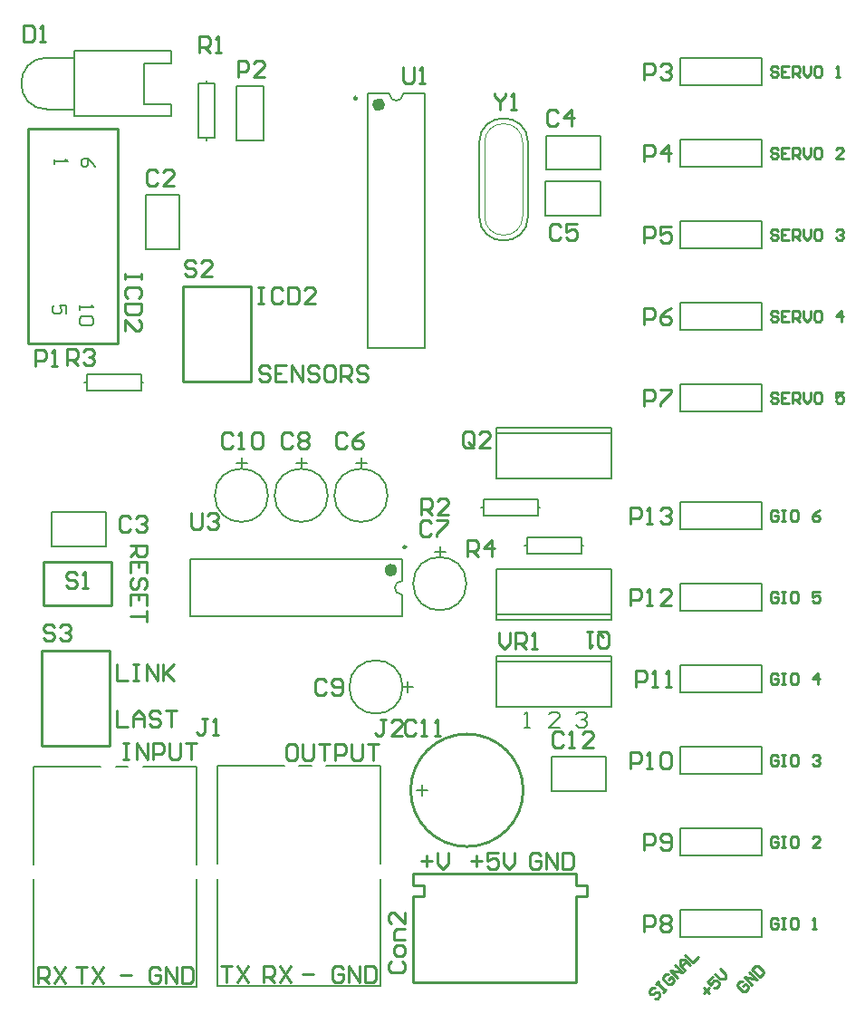
<source format=gto>
%FSLAX23Y23*%
%MOIN*%
G70*
G01*
G75*
%ADD10C,0.020*%
%ADD11C,0.047*%
%ADD12C,0.010*%
%ADD13R,0.067X0.067*%
%ADD14C,0.067*%
%ADD15C,0.055*%
%ADD16C,0.059*%
%ADD17P,0.216X8X22.5*%
%ADD18C,0.070*%
%ADD19C,0.055*%
%ADD20R,0.055X0.055*%
G04:AMPARAMS|DCode=21|XSize=100mil|YSize=60mil|CornerRadius=0mil|HoleSize=0mil|Usage=FLASHONLY|Rotation=0.000|XOffset=0mil|YOffset=0mil|HoleType=Round|Shape=Octagon|*
%AMOCTAGOND21*
4,1,8,0.050,-0.015,0.050,0.015,0.035,0.030,-0.035,0.030,-0.050,0.015,-0.050,-0.015,-0.035,-0.030,0.035,-0.030,0.050,-0.015,0.0*
%
%ADD21OCTAGOND21*%

%ADD22O,0.100X0.060*%
%ADD23C,0.065*%
%ADD24R,0.049X0.049*%
%ADD25C,0.049*%
%ADD26R,0.049X0.049*%
%ADD27R,0.059X0.059*%
%ADD28C,0.116*%
%ADD29C,0.059*%
%ADD30C,0.060*%
%ADD31R,0.059X0.059*%
%ADD32R,0.059X0.059*%
%ADD33P,0.130X8X202.5*%
%ADD34C,0.120*%
%ADD35C,0.050*%
%ADD36R,0.075X0.040*%
%ADD37R,0.070X0.040*%
%ADD38C,0.010*%
%ADD39C,0.002*%
%ADD40C,0.006*%
%ADD41C,0.008*%
%ADD42C,0.024*%
%ADD43C,0.005*%
%ADD44C,0.006*%
%ADD45C,0.008*%
D12*
X1160Y2480D02*
X1410D01*
X1160D02*
Y2640D01*
X1410D01*
Y2480D02*
Y2640D01*
X1105Y3445D02*
Y4235D01*
Y3445D02*
X1435D01*
Y4235D01*
X1105D02*
X1435D01*
X1155Y2315D02*
X1405D01*
Y1965D02*
Y2315D01*
X1155Y1965D02*
X1405D01*
X1155D02*
Y2315D01*
X1675Y3655D02*
X1925D01*
Y3305D02*
Y3655D01*
X1675Y3305D02*
X1925D01*
X1675D02*
Y3655D01*
X2521Y1450D02*
X2560D01*
Y1411D02*
Y1450D01*
X2521Y1410D02*
X2560D01*
X3121D02*
X3160D01*
Y1411D02*
Y1450D01*
X3121D02*
X3160D01*
X2520Y1095D02*
X3121D01*
X2520Y1495D02*
X3121D01*
Y1450D02*
Y1495D01*
X3121Y1096D02*
Y1410D01*
X2520Y1450D02*
Y1495D01*
X2521Y1096D02*
Y1410D01*
X2550Y2815D02*
Y2875D01*
X2580D01*
X2590Y2865D01*
Y2845D01*
X2580Y2835D01*
X2550D01*
X2570D02*
X2590Y2815D01*
X2650D02*
X2610D01*
X2650Y2855D01*
Y2865D01*
X2640Y2875D01*
X2620D01*
X2610Y2865D01*
X2720Y2660D02*
Y2720D01*
X2750D01*
X2760Y2710D01*
Y2690D01*
X2750Y2680D01*
X2720D01*
X2740D02*
X2760Y2660D01*
X2810D02*
Y2720D01*
X2780Y2690D01*
X2820D01*
X2532Y2050D02*
X2522Y2060D01*
X2502D01*
X2492Y2050D01*
Y2010D01*
X2502Y2000D01*
X2522D01*
X2532Y2010D01*
X2552Y2000D02*
X2572D01*
X2562D01*
Y2060D01*
X2552Y2050D01*
X2602Y2000D02*
X2622D01*
X2612D01*
Y2060D01*
X2602Y2050D01*
X3200Y2375D02*
Y2335D01*
X3210Y2325D01*
X3230D01*
X3240Y2335D01*
Y2375D01*
X3230Y2385D01*
X3210D01*
X3220Y2365D02*
X3200Y2385D01*
X3210D02*
X3200Y2375D01*
X3180Y2385D02*
X3160D01*
X3170D01*
Y2325D01*
X3180Y2335D01*
X2745Y3070D02*
Y3110D01*
X2735Y3120D01*
X2715D01*
X2705Y3110D01*
Y3070D01*
X2715Y3060D01*
X2735D01*
X2725Y3080D02*
X2745Y3060D01*
X2735D02*
X2745Y3070D01*
X2805Y3060D02*
X2765D01*
X2805Y3100D01*
Y3110D01*
X2795Y3120D01*
X2775D01*
X2765Y3110D01*
X1087Y4612D02*
Y4552D01*
X1117D01*
X1127Y4562D01*
Y4602D01*
X1117Y4612D01*
X1087D01*
X1147Y4552D02*
X1167D01*
X1157D01*
Y4612D01*
X1147Y4602D01*
X1736Y4512D02*
Y4572D01*
X1766D01*
X1776Y4562D01*
Y4542D01*
X1766Y4532D01*
X1736D01*
X1756D02*
X1776Y4512D01*
X1796D02*
X1816D01*
X1806D01*
Y4572D01*
X1796Y4562D01*
X1520Y3700D02*
Y3680D01*
Y3690D01*
X1460D01*
Y3700D01*
Y3680D01*
X1510Y3610D02*
X1520Y3620D01*
Y3640D01*
X1510Y3650D01*
X1470D01*
X1460Y3640D01*
Y3620D01*
X1470Y3610D01*
X1520Y3590D02*
X1460D01*
Y3560D01*
X1470Y3550D01*
X1510D01*
X1520Y3560D01*
Y3590D01*
X1460Y3490D02*
Y3530D01*
X1500Y3490D01*
X1510D01*
X1520Y3500D01*
Y3520D01*
X1510Y3530D01*
X1130Y3360D02*
Y3420D01*
X1160D01*
X1170Y3410D01*
Y3390D01*
X1160Y3380D01*
X1130D01*
X1190Y3360D02*
X1210D01*
X1200D01*
Y3420D01*
X1190Y3410D01*
X1583Y4074D02*
X1573Y4084D01*
X1553D01*
X1543Y4074D01*
Y4034D01*
X1553Y4024D01*
X1573D01*
X1583Y4034D01*
X1643Y4024D02*
X1603D01*
X1643Y4064D01*
Y4074D01*
X1633Y4084D01*
X1613D01*
X1603Y4074D01*
X1480Y2800D02*
X1470Y2810D01*
X1450D01*
X1440Y2800D01*
Y2760D01*
X1450Y2750D01*
X1470D01*
X1480Y2760D01*
X1500Y2800D02*
X1510Y2810D01*
X1530D01*
X1540Y2800D01*
Y2790D01*
X1530Y2780D01*
X1520D01*
X1530D01*
X1540Y2770D01*
Y2760D01*
X1530Y2750D01*
X1510D01*
X1500Y2760D01*
X3056Y4292D02*
X3046Y4302D01*
X3026D01*
X3016Y4292D01*
Y4252D01*
X3026Y4242D01*
X3046D01*
X3056Y4252D01*
X3106Y4242D02*
Y4302D01*
X3076Y4272D01*
X3116D01*
X3065Y3875D02*
X3055Y3885D01*
X3035D01*
X3025Y3875D01*
Y3835D01*
X3035Y3825D01*
X3055D01*
X3065Y3835D01*
X3125Y3885D02*
X3085D01*
Y3855D01*
X3105Y3865D01*
X3115D01*
X3125Y3855D01*
Y3835D01*
X3115Y3825D01*
X3095D01*
X3085Y3835D01*
X2278Y3108D02*
X2268Y3118D01*
X2248D01*
X2238Y3108D01*
Y3068D01*
X2248Y3058D01*
X2268D01*
X2278Y3068D01*
X2338Y3118D02*
X2318Y3108D01*
X2298Y3088D01*
Y3068D01*
X2308Y3058D01*
X2328D01*
X2338Y3068D01*
Y3078D01*
X2328Y3088D01*
X2298D01*
X2587Y2782D02*
X2577Y2792D01*
X2557D01*
X2547Y2782D01*
Y2742D01*
X2557Y2732D01*
X2577D01*
X2587Y2742D01*
X2607Y2792D02*
X2647D01*
Y2782D01*
X2607Y2742D01*
Y2732D01*
X2077Y3108D02*
X2067Y3118D01*
X2047D01*
X2037Y3108D01*
Y3068D01*
X2047Y3058D01*
X2067D01*
X2077Y3068D01*
X2097Y3108D02*
X2107Y3118D01*
X2127D01*
X2137Y3108D01*
Y3098D01*
X2127Y3088D01*
X2137Y3078D01*
Y3068D01*
X2127Y3058D01*
X2107D01*
X2097Y3068D01*
Y3078D01*
X2107Y3088D01*
X2097Y3098D01*
Y3108D01*
X2107Y3088D02*
X2127D01*
X2200Y2200D02*
X2190Y2210D01*
X2170D01*
X2160Y2200D01*
Y2160D01*
X2170Y2150D01*
X2190D01*
X2200Y2160D01*
X2220D02*
X2230Y2150D01*
X2250D01*
X2260Y2160D01*
Y2200D01*
X2250Y2210D01*
X2230D01*
X2220Y2200D01*
Y2190D01*
X2230Y2180D01*
X2260D01*
X1857Y3108D02*
X1847Y3118D01*
X1827D01*
X1817Y3108D01*
Y3068D01*
X1827Y3058D01*
X1847D01*
X1857Y3068D01*
X1877Y3058D02*
X1897D01*
X1887D01*
Y3118D01*
X1877Y3108D01*
X1927D02*
X1937Y3118D01*
X1957D01*
X1967Y3108D01*
Y3068D01*
X1957Y3058D01*
X1937D01*
X1927Y3068D01*
Y3108D01*
X3076Y2007D02*
X3066Y2017D01*
X3046D01*
X3036Y2007D01*
Y1967D01*
X3046Y1957D01*
X3066D01*
X3076Y1967D01*
X3096Y1957D02*
X3116D01*
X3106D01*
Y2017D01*
X3096Y2007D01*
X3186Y1957D02*
X3146D01*
X3186Y1997D01*
Y2007D01*
X3176Y2017D01*
X3156D01*
X3146Y2007D01*
X1765Y2065D02*
X1745D01*
X1755D01*
Y2015D01*
X1745Y2005D01*
X1735D01*
X1725Y2015D01*
X1785Y2005D02*
X1805D01*
X1795D01*
Y2065D01*
X1785Y2055D01*
X2420Y2060D02*
X2400D01*
X2410D01*
Y2010D01*
X2400Y2000D01*
X2390D01*
X2380Y2010D01*
X2480Y2000D02*
X2440D01*
X2480Y2040D01*
Y2050D01*
X2470Y2060D01*
X2450D01*
X2440Y2050D01*
X1248Y3364D02*
Y3424D01*
X1278D01*
X1288Y3414D01*
Y3394D01*
X1278Y3384D01*
X1248D01*
X1268D02*
X1288Y3364D01*
X1308Y3414D02*
X1318Y3424D01*
X1338D01*
X1348Y3414D01*
Y3404D01*
X1338Y3394D01*
X1328D01*
X1338D01*
X1348Y3384D01*
Y3374D01*
X1338Y3364D01*
X1318D01*
X1308Y3374D01*
X1285Y2595D02*
X1275Y2605D01*
X1255D01*
X1245Y2595D01*
Y2585D01*
X1255Y2575D01*
X1275D01*
X1285Y2565D01*
Y2555D01*
X1275Y2545D01*
X1255D01*
X1245Y2555D01*
X1305Y2545D02*
X1325D01*
X1315D01*
Y2605D01*
X1305Y2595D01*
X1200Y2400D02*
X1190Y2410D01*
X1170D01*
X1160Y2400D01*
Y2390D01*
X1170Y2380D01*
X1190D01*
X1200Y2370D01*
Y2360D01*
X1190Y2350D01*
X1170D01*
X1160Y2360D01*
X1220Y2400D02*
X1230Y2410D01*
X1250D01*
X1260Y2400D01*
Y2390D01*
X1250Y2380D01*
X1240D01*
X1250D01*
X1260Y2370D01*
Y2360D01*
X1250Y2350D01*
X1230D01*
X1220Y2360D01*
X2485Y4460D02*
Y4410D01*
X2495Y4400D01*
X2515D01*
X2525Y4410D01*
Y4460D01*
X2545Y4400D02*
X2565D01*
X2555D01*
Y4460D01*
X2545Y4450D01*
X1706Y2819D02*
Y2769D01*
X1716Y2759D01*
X1736D01*
X1746Y2769D01*
Y2819D01*
X1766Y2809D02*
X1776Y2819D01*
X1796D01*
X1806Y2809D01*
Y2799D01*
X1796Y2789D01*
X1786D01*
X1796D01*
X1806Y2779D01*
Y2769D01*
X1796Y2759D01*
X1776D01*
X1766Y2769D01*
X2839Y2379D02*
Y2339D01*
X2859Y2319D01*
X2879Y2339D01*
Y2379D01*
X2899Y2319D02*
Y2379D01*
X2929D01*
X2939Y2369D01*
Y2349D01*
X2929Y2339D01*
X2899D01*
X2919D02*
X2939Y2319D01*
X2959D02*
X2979D01*
X2969D01*
Y2379D01*
X2959Y2369D01*
X2820Y4365D02*
Y4355D01*
X2840Y4335D01*
X2860Y4355D01*
Y4365D01*
X2840Y4335D02*
Y4305D01*
X2880D02*
X2900D01*
X2890D01*
Y4365D01*
X2880Y4355D01*
X1720Y3740D02*
X1710Y3750D01*
X1690D01*
X1680Y3740D01*
Y3730D01*
X1690Y3720D01*
X1710D01*
X1720Y3710D01*
Y3700D01*
X1710Y3690D01*
X1690D01*
X1680Y3700D01*
X1780Y3690D02*
X1740D01*
X1780Y3730D01*
Y3740D01*
X1770Y3750D01*
X1750D01*
X1740Y3740D01*
X2440Y1170D02*
X2430Y1160D01*
Y1140D01*
X2440Y1130D01*
X2480D01*
X2490Y1140D01*
Y1160D01*
X2480Y1170D01*
X2490Y1200D02*
Y1220D01*
X2480Y1230D01*
X2460D01*
X2450Y1220D01*
Y1200D01*
X2460Y1190D01*
X2480D01*
X2490Y1200D01*
Y1250D02*
X2450D01*
Y1280D01*
X2460Y1290D01*
X2490D01*
Y1350D02*
Y1310D01*
X2450Y1350D01*
X2440D01*
X2430Y1340D01*
Y1320D01*
X2440Y1310D01*
X1877Y4424D02*
Y4483D01*
X1906D01*
X1916Y4473D01*
Y4453D01*
X1906Y4443D01*
X1877D01*
X1976Y4424D02*
X1936D01*
X1976Y4463D01*
Y4473D01*
X1966Y4483D01*
X1946D01*
X1936Y4473D01*
X3866Y4458D02*
X3859Y4465D01*
X3846D01*
X3839Y4458D01*
Y4452D01*
X3846Y4445D01*
X3859D01*
X3866Y4438D01*
Y4432D01*
X3859Y4425D01*
X3846D01*
X3839Y4432D01*
X3906Y4465D02*
X3879D01*
Y4425D01*
X3906D01*
X3879Y4445D02*
X3892D01*
X3919Y4425D02*
Y4465D01*
X3939D01*
X3946Y4458D01*
Y4445D01*
X3939Y4438D01*
X3919D01*
X3932D02*
X3946Y4425D01*
X3959Y4465D02*
Y4438D01*
X3972Y4425D01*
X3986Y4438D01*
Y4465D01*
X4019D02*
X4006D01*
X3999Y4458D01*
Y4432D01*
X4006Y4425D01*
X4019D01*
X4026Y4432D01*
Y4458D01*
X4019Y4465D01*
X4079Y4425D02*
X4092D01*
X4086D01*
Y4465D01*
X4079Y4458D01*
X3371Y4415D02*
Y4475D01*
X3401D01*
X3411Y4465D01*
Y4445D01*
X3401Y4435D01*
X3371D01*
X3431Y4465D02*
X3441Y4475D01*
X3461D01*
X3471Y4465D01*
Y4455D01*
X3461Y4445D01*
X3451D01*
X3461D01*
X3471Y4435D01*
Y4425D01*
X3461Y4415D01*
X3441D01*
X3431Y4425D01*
X3866Y4158D02*
X3859Y4165D01*
X3846D01*
X3839Y4158D01*
Y4152D01*
X3846Y4145D01*
X3859D01*
X3866Y4138D01*
Y4132D01*
X3859Y4125D01*
X3846D01*
X3839Y4132D01*
X3906Y4165D02*
X3879D01*
Y4125D01*
X3906D01*
X3879Y4145D02*
X3892D01*
X3919Y4125D02*
Y4165D01*
X3939D01*
X3946Y4158D01*
Y4145D01*
X3939Y4138D01*
X3919D01*
X3932D02*
X3946Y4125D01*
X3959Y4165D02*
Y4138D01*
X3972Y4125D01*
X3986Y4138D01*
Y4165D01*
X4019D02*
X4006D01*
X3999Y4158D01*
Y4132D01*
X4006Y4125D01*
X4019D01*
X4026Y4132D01*
Y4158D01*
X4019Y4165D01*
X4106Y4125D02*
X4079D01*
X4106Y4152D01*
Y4158D01*
X4099Y4165D01*
X4086D01*
X4079Y4158D01*
X3371Y4115D02*
Y4175D01*
X3401D01*
X3411Y4165D01*
Y4145D01*
X3401Y4135D01*
X3371D01*
X3461Y4115D02*
Y4175D01*
X3431Y4145D01*
X3471D01*
X3866Y3858D02*
X3859Y3865D01*
X3846D01*
X3839Y3858D01*
Y3852D01*
X3846Y3845D01*
X3859D01*
X3866Y3838D01*
Y3832D01*
X3859Y3825D01*
X3846D01*
X3839Y3832D01*
X3906Y3865D02*
X3879D01*
Y3825D01*
X3906D01*
X3879Y3845D02*
X3892D01*
X3919Y3825D02*
Y3865D01*
X3939D01*
X3946Y3858D01*
Y3845D01*
X3939Y3838D01*
X3919D01*
X3932D02*
X3946Y3825D01*
X3959Y3865D02*
Y3838D01*
X3972Y3825D01*
X3986Y3838D01*
Y3865D01*
X4019D02*
X4006D01*
X3999Y3858D01*
Y3832D01*
X4006Y3825D01*
X4019D01*
X4026Y3832D01*
Y3858D01*
X4019Y3865D01*
X4079Y3858D02*
X4086Y3865D01*
X4099D01*
X4106Y3858D01*
Y3852D01*
X4099Y3845D01*
X4092D01*
X4099D01*
X4106Y3838D01*
Y3832D01*
X4099Y3825D01*
X4086D01*
X4079Y3832D01*
X3371Y3815D02*
Y3875D01*
X3401D01*
X3411Y3865D01*
Y3845D01*
X3401Y3835D01*
X3371D01*
X3471Y3875D02*
X3431D01*
Y3845D01*
X3451Y3855D01*
X3461D01*
X3471Y3845D01*
Y3825D01*
X3461Y3815D01*
X3441D01*
X3431Y3825D01*
X3866Y3558D02*
X3859Y3565D01*
X3846D01*
X3839Y3558D01*
Y3552D01*
X3846Y3545D01*
X3859D01*
X3866Y3538D01*
Y3532D01*
X3859Y3525D01*
X3846D01*
X3839Y3532D01*
X3906Y3565D02*
X3879D01*
Y3525D01*
X3906D01*
X3879Y3545D02*
X3892D01*
X3919Y3525D02*
Y3565D01*
X3939D01*
X3946Y3558D01*
Y3545D01*
X3939Y3538D01*
X3919D01*
X3932D02*
X3946Y3525D01*
X3959Y3565D02*
Y3538D01*
X3972Y3525D01*
X3986Y3538D01*
Y3565D01*
X4019D02*
X4006D01*
X3999Y3558D01*
Y3532D01*
X4006Y3525D01*
X4019D01*
X4026Y3532D01*
Y3558D01*
X4019Y3565D01*
X4099Y3525D02*
Y3565D01*
X4079Y3545D01*
X4106D01*
X3371Y3515D02*
Y3575D01*
X3401D01*
X3411Y3565D01*
Y3545D01*
X3401Y3535D01*
X3371D01*
X3471Y3575D02*
X3451Y3565D01*
X3431Y3545D01*
Y3525D01*
X3441Y3515D01*
X3461D01*
X3471Y3525D01*
Y3535D01*
X3461Y3545D01*
X3431D01*
X3866Y3258D02*
X3859Y3265D01*
X3846D01*
X3839Y3258D01*
Y3252D01*
X3846Y3245D01*
X3859D01*
X3866Y3238D01*
Y3232D01*
X3859Y3225D01*
X3846D01*
X3839Y3232D01*
X3906Y3265D02*
X3879D01*
Y3225D01*
X3906D01*
X3879Y3245D02*
X3892D01*
X3919Y3225D02*
Y3265D01*
X3939D01*
X3946Y3258D01*
Y3245D01*
X3939Y3238D01*
X3919D01*
X3932D02*
X3946Y3225D01*
X3959Y3265D02*
Y3238D01*
X3972Y3225D01*
X3986Y3238D01*
Y3265D01*
X4019D02*
X4006D01*
X3999Y3258D01*
Y3232D01*
X4006Y3225D01*
X4019D01*
X4026Y3232D01*
Y3258D01*
X4019Y3265D01*
X4106D02*
X4079D01*
Y3245D01*
X4092Y3252D01*
X4099D01*
X4106Y3245D01*
Y3232D01*
X4099Y3225D01*
X4086D01*
X4079Y3232D01*
X3371Y3215D02*
Y3275D01*
X3401D01*
X3411Y3265D01*
Y3245D01*
X3401Y3235D01*
X3371D01*
X3431Y3275D02*
X3471D01*
Y3265D01*
X3431Y3225D01*
Y3215D01*
X3866Y1323D02*
X3859Y1330D01*
X3846D01*
X3839Y1323D01*
Y1297D01*
X3846Y1290D01*
X3859D01*
X3866Y1297D01*
Y1310D01*
X3852D01*
X3879Y1330D02*
X3892D01*
X3886D01*
Y1290D01*
X3879D01*
X3892D01*
X3932Y1330D02*
X3919D01*
X3912Y1323D01*
Y1297D01*
X3919Y1290D01*
X3932D01*
X3939Y1297D01*
Y1323D01*
X3932Y1330D01*
X3992Y1290D02*
X4006D01*
X3999D01*
Y1330D01*
X3992Y1323D01*
X3371Y1280D02*
Y1340D01*
X3401D01*
X3411Y1330D01*
Y1310D01*
X3401Y1300D01*
X3371D01*
X3431Y1330D02*
X3441Y1340D01*
X3461D01*
X3471Y1330D01*
Y1320D01*
X3461Y1310D01*
X3471Y1300D01*
Y1290D01*
X3461Y1280D01*
X3441D01*
X3431Y1290D01*
Y1300D01*
X3441Y1310D01*
X3431Y1320D01*
Y1330D01*
X3441Y1310D02*
X3461D01*
X3866Y1623D02*
X3859Y1630D01*
X3846D01*
X3839Y1623D01*
Y1597D01*
X3846Y1590D01*
X3859D01*
X3866Y1597D01*
Y1610D01*
X3852D01*
X3879Y1630D02*
X3892D01*
X3886D01*
Y1590D01*
X3879D01*
X3892D01*
X3932Y1630D02*
X3919D01*
X3912Y1623D01*
Y1597D01*
X3919Y1590D01*
X3932D01*
X3939Y1597D01*
Y1623D01*
X3932Y1630D01*
X4019Y1590D02*
X3992D01*
X4019Y1617D01*
Y1623D01*
X4012Y1630D01*
X3999D01*
X3992Y1623D01*
X3371Y1580D02*
Y1640D01*
X3401D01*
X3411Y1630D01*
Y1610D01*
X3401Y1600D01*
X3371D01*
X3431Y1590D02*
X3441Y1580D01*
X3461D01*
X3471Y1590D01*
Y1630D01*
X3461Y1640D01*
X3441D01*
X3431Y1630D01*
Y1620D01*
X3441Y1610D01*
X3471D01*
X3866Y1923D02*
X3859Y1930D01*
X3846D01*
X3839Y1923D01*
Y1897D01*
X3846Y1890D01*
X3859D01*
X3866Y1897D01*
Y1910D01*
X3852D01*
X3879Y1930D02*
X3892D01*
X3886D01*
Y1890D01*
X3879D01*
X3892D01*
X3932Y1930D02*
X3919D01*
X3912Y1923D01*
Y1897D01*
X3919Y1890D01*
X3932D01*
X3939Y1897D01*
Y1923D01*
X3932Y1930D01*
X3992Y1923D02*
X3999Y1930D01*
X4012D01*
X4019Y1923D01*
Y1917D01*
X4012Y1910D01*
X4006D01*
X4012D01*
X4019Y1903D01*
Y1897D01*
X4012Y1890D01*
X3999D01*
X3992Y1897D01*
X3321Y1880D02*
Y1940D01*
X3351D01*
X3361Y1930D01*
Y1910D01*
X3351Y1900D01*
X3321D01*
X3381Y1880D02*
X3401D01*
X3391D01*
Y1940D01*
X3381Y1930D01*
X3431D02*
X3441Y1940D01*
X3461D01*
X3471Y1930D01*
Y1890D01*
X3461Y1880D01*
X3441D01*
X3431Y1890D01*
Y1930D01*
X3866Y2223D02*
X3859Y2230D01*
X3846D01*
X3839Y2223D01*
Y2197D01*
X3846Y2190D01*
X3859D01*
X3866Y2197D01*
Y2210D01*
X3852D01*
X3879Y2230D02*
X3892D01*
X3886D01*
Y2190D01*
X3879D01*
X3892D01*
X3932Y2230D02*
X3919D01*
X3912Y2223D01*
Y2197D01*
X3919Y2190D01*
X3932D01*
X3939Y2197D01*
Y2223D01*
X3932Y2230D01*
X4012Y2190D02*
Y2230D01*
X3992Y2210D01*
X4019D01*
X3341Y2180D02*
Y2240D01*
X3371D01*
X3381Y2230D01*
Y2210D01*
X3371Y2200D01*
X3341D01*
X3401Y2180D02*
X3421D01*
X3411D01*
Y2240D01*
X3401Y2230D01*
X3451Y2180D02*
X3471D01*
X3461D01*
Y2240D01*
X3451Y2230D01*
X3866Y2523D02*
X3859Y2530D01*
X3846D01*
X3839Y2523D01*
Y2497D01*
X3846Y2490D01*
X3859D01*
X3866Y2497D01*
Y2510D01*
X3852D01*
X3879Y2530D02*
X3892D01*
X3886D01*
Y2490D01*
X3879D01*
X3892D01*
X3932Y2530D02*
X3919D01*
X3912Y2523D01*
Y2497D01*
X3919Y2490D01*
X3932D01*
X3939Y2497D01*
Y2523D01*
X3932Y2530D01*
X4019D02*
X3992D01*
Y2510D01*
X4006Y2517D01*
X4012D01*
X4019Y2510D01*
Y2497D01*
X4012Y2490D01*
X3999D01*
X3992Y2497D01*
X3321Y2480D02*
Y2540D01*
X3351D01*
X3361Y2530D01*
Y2510D01*
X3351Y2500D01*
X3321D01*
X3381Y2480D02*
X3401D01*
X3391D01*
Y2540D01*
X3381Y2530D01*
X3471Y2480D02*
X3431D01*
X3471Y2520D01*
Y2530D01*
X3461Y2540D01*
X3441D01*
X3431Y2530D01*
X3866Y2823D02*
X3859Y2830D01*
X3846D01*
X3839Y2823D01*
Y2797D01*
X3846Y2790D01*
X3859D01*
X3866Y2797D01*
Y2810D01*
X3852D01*
X3879Y2830D02*
X3892D01*
X3886D01*
Y2790D01*
X3879D01*
X3892D01*
X3932Y2830D02*
X3919D01*
X3912Y2823D01*
Y2797D01*
X3919Y2790D01*
X3932D01*
X3939Y2797D01*
Y2823D01*
X3932Y2830D01*
X4019D02*
X4006Y2823D01*
X3992Y2810D01*
Y2797D01*
X3999Y2790D01*
X4012D01*
X4019Y2797D01*
Y2803D01*
X4012Y2810D01*
X3992D01*
X3321Y2780D02*
Y2840D01*
X3351D01*
X3361Y2830D01*
Y2810D01*
X3351Y2800D01*
X3321D01*
X3381Y2780D02*
X3401D01*
X3391D01*
Y2840D01*
X3381Y2830D01*
X3431D02*
X3441Y2840D01*
X3461D01*
X3471Y2830D01*
Y2820D01*
X3461Y2810D01*
X3451D01*
X3461D01*
X3471Y2800D01*
Y2790D01*
X3461Y2780D01*
X3441D01*
X3431Y2790D01*
X2550Y1540D02*
X2590D01*
X2570Y1560D02*
Y1520D01*
X2610Y1570D02*
Y1530D01*
X2630Y1510D01*
X2650Y1530D01*
Y1570D01*
X2735Y1540D02*
X2775D01*
X2755Y1560D02*
Y1520D01*
X2835Y1570D02*
X2795D01*
Y1540D01*
X2815Y1550D01*
X2825D01*
X2835Y1540D01*
Y1520D01*
X2825Y1510D01*
X2805D01*
X2795Y1520D01*
X2855Y1570D02*
Y1530D01*
X2875Y1510D01*
X2895Y1530D01*
Y1570D01*
X2990Y1560D02*
X2980Y1570D01*
X2960D01*
X2950Y1560D01*
Y1520D01*
X2960Y1510D01*
X2980D01*
X2990Y1520D01*
Y1540D01*
X2970D01*
X3010Y1510D02*
Y1570D01*
X3050Y1510D01*
Y1570D01*
X3070D02*
Y1510D01*
X3100D01*
X3110Y1520D01*
Y1560D01*
X3100Y1570D01*
X3070D01*
X1430Y2265D02*
Y2205D01*
X1470D01*
X1490Y2265D02*
X1510D01*
X1500D01*
Y2205D01*
X1490D01*
X1510D01*
X1540D02*
Y2265D01*
X1580Y2205D01*
Y2265D01*
X1600D02*
Y2205D01*
Y2225D01*
X1640Y2265D01*
X1610Y2235D01*
X1640Y2205D01*
X1430Y2095D02*
Y2035D01*
X1470D01*
X1490D02*
Y2075D01*
X1510Y2095D01*
X1530Y2075D01*
Y2035D01*
Y2065D01*
X1490D01*
X1590Y2085D02*
X1580Y2095D01*
X1560D01*
X1550Y2085D01*
Y2075D01*
X1560Y2065D01*
X1580D01*
X1590Y2055D01*
Y2045D01*
X1580Y2035D01*
X1560D01*
X1550Y2045D01*
X1610Y2095D02*
X1650D01*
X1630D01*
Y2035D01*
X1455Y1975D02*
X1475D01*
X1465D01*
Y1915D01*
X1455D01*
X1475D01*
X1505D02*
Y1975D01*
X1545Y1915D01*
Y1975D01*
X1565Y1915D02*
Y1975D01*
X1595D01*
X1605Y1965D01*
Y1945D01*
X1595Y1935D01*
X1565D01*
X1625Y1975D02*
Y1925D01*
X1635Y1915D01*
X1655D01*
X1665Y1925D01*
Y1975D01*
X1685D02*
X1725D01*
X1705D01*
Y1915D01*
X2085Y1970D02*
X2065D01*
X2055Y1960D01*
Y1920D01*
X2065Y1910D01*
X2085D01*
X2095Y1920D01*
Y1960D01*
X2085Y1970D01*
X2115D02*
Y1920D01*
X2125Y1910D01*
X2145D01*
X2155Y1920D01*
Y1970D01*
X2175D02*
X2215D01*
X2195D01*
Y1910D01*
X2235D02*
Y1970D01*
X2265D01*
X2275Y1960D01*
Y1940D01*
X2265Y1930D01*
X2235D01*
X2295Y1970D02*
Y1920D01*
X2305Y1910D01*
X2325D01*
X2335Y1920D01*
Y1970D01*
X2355D02*
X2395D01*
X2375D01*
Y1910D01*
X1480Y2700D02*
X1540D01*
Y2670D01*
X1530Y2660D01*
X1510D01*
X1500Y2670D01*
Y2700D01*
Y2680D02*
X1480Y2660D01*
X1540Y2600D02*
Y2640D01*
X1480D01*
Y2600D01*
X1510Y2640D02*
Y2620D01*
X1530Y2540D02*
X1540Y2550D01*
Y2570D01*
X1530Y2580D01*
X1520D01*
X1510Y2570D01*
Y2550D01*
X1500Y2540D01*
X1490D01*
X1480Y2550D01*
Y2570D01*
X1490Y2580D01*
X1540Y2480D02*
Y2520D01*
X1480D01*
Y2480D01*
X1510Y2520D02*
Y2500D01*
X1540Y2460D02*
Y2420D01*
Y2440D01*
X1480D01*
X1950Y3650D02*
X1970D01*
X1960D01*
Y3590D01*
X1950D01*
X1970D01*
X2040Y3640D02*
X2030Y3650D01*
X2010D01*
X2000Y3640D01*
Y3600D01*
X2010Y3590D01*
X2030D01*
X2040Y3600D01*
X2060Y3650D02*
Y3590D01*
X2090D01*
X2100Y3600D01*
Y3640D01*
X2090Y3650D01*
X2060D01*
X2160Y3590D02*
X2120D01*
X2160Y3630D01*
Y3640D01*
X2150Y3650D01*
X2130D01*
X2120Y3640D01*
X1995Y3355D02*
X1985Y3365D01*
X1965D01*
X1955Y3355D01*
Y3345D01*
X1965Y3335D01*
X1985D01*
X1995Y3325D01*
Y3315D01*
X1985Y3305D01*
X1965D01*
X1955Y3315D01*
X2055Y3365D02*
X2015D01*
Y3305D01*
X2055D01*
X2015Y3335D02*
X2035D01*
X2075Y3305D02*
Y3365D01*
X2115Y3305D01*
Y3365D01*
X2175Y3355D02*
X2165Y3365D01*
X2145D01*
X2135Y3355D01*
Y3345D01*
X2145Y3335D01*
X2165D01*
X2175Y3325D01*
Y3315D01*
X2165Y3305D01*
X2145D01*
X2135Y3315D01*
X2225Y3365D02*
X2205D01*
X2195Y3355D01*
Y3315D01*
X2205Y3305D01*
X2225D01*
X2235Y3315D01*
Y3355D01*
X2225Y3365D01*
X2255Y3305D02*
Y3365D01*
X2285D01*
X2295Y3355D01*
Y3335D01*
X2285Y3325D01*
X2255D01*
X2275D02*
X2295Y3305D01*
X2355Y3355D02*
X2345Y3365D01*
X2325D01*
X2315Y3355D01*
Y3345D01*
X2325Y3335D01*
X2345D01*
X2355Y3325D01*
Y3315D01*
X2345Y3305D01*
X2325D01*
X2315Y3315D01*
X1815Y1155D02*
X1855D01*
X1835D01*
Y1095D01*
X1875Y1155D02*
X1915Y1095D01*
Y1155D02*
X1875Y1095D01*
X2115Y1125D02*
X2155D01*
X2265Y1145D02*
X2255Y1155D01*
X2235D01*
X2225Y1145D01*
Y1105D01*
X2235Y1095D01*
X2255D01*
X2265Y1105D01*
Y1125D01*
X2245D01*
X2285Y1095D02*
Y1155D01*
X2325Y1095D01*
Y1155D01*
X2345D02*
Y1095D01*
X2375D01*
X2385Y1105D01*
Y1145D01*
X2375Y1155D01*
X2345D01*
X1590Y1140D02*
X1580Y1150D01*
X1560D01*
X1550Y1140D01*
Y1100D01*
X1560Y1090D01*
X1580D01*
X1590Y1100D01*
Y1120D01*
X1570D01*
X1610Y1090D02*
Y1150D01*
X1650Y1090D01*
Y1150D01*
X1670D02*
Y1090D01*
X1700D01*
X1710Y1100D01*
Y1140D01*
X1700Y1150D01*
X1670D01*
X1445Y1120D02*
X1485D01*
X1140Y1090D02*
Y1150D01*
X1170D01*
X1180Y1140D01*
Y1120D01*
X1170Y1110D01*
X1140D01*
X1160D02*
X1180Y1090D01*
X1200Y1150D02*
X1240Y1090D01*
Y1150D02*
X1200Y1090D01*
X1280Y1150D02*
X1320D01*
X1300D01*
Y1090D01*
X1340Y1150D02*
X1380Y1090D01*
Y1150D02*
X1340Y1090D01*
X1970Y1095D02*
Y1155D01*
X2000D01*
X2010Y1145D01*
Y1125D01*
X2000Y1115D01*
X1970D01*
X1990D02*
X2010Y1095D01*
X2030Y1155D02*
X2070Y1095D01*
Y1155D02*
X2030Y1095D01*
X3735Y1097D02*
X3726D01*
X3716Y1088D01*
Y1079D01*
X3735Y1060D01*
X3745D01*
X3754Y1069D01*
Y1079D01*
X3745Y1088D01*
X3735Y1079D01*
X3768Y1083D02*
X3740Y1112D01*
X3787Y1102D01*
X3759Y1130D01*
X3768Y1140D02*
X3797Y1112D01*
X3811Y1126D01*
Y1135D01*
X3792Y1154D01*
X3782D01*
X3768Y1140D01*
X3591Y1054D02*
X3610Y1073D01*
X3591Y1073D02*
X3610Y1054D01*
X3624Y1115D02*
X3605Y1097D01*
X3619Y1082D01*
X3624Y1097D01*
X3629Y1101D01*
X3638D01*
X3647Y1092D01*
Y1082D01*
X3638Y1073D01*
X3629D01*
X3633Y1125D02*
X3652Y1106D01*
X3671D01*
Y1125D01*
X3652Y1144D01*
X3410Y1072D02*
X3401D01*
X3391Y1063D01*
Y1054D01*
X3396Y1049D01*
X3406D01*
X3415Y1058D01*
X3424D01*
X3429Y1054D01*
Y1044D01*
X3420Y1035D01*
X3410D01*
X3415Y1087D02*
X3424Y1096D01*
X3420Y1091D01*
X3448Y1063D01*
X3443Y1058D01*
X3453Y1068D01*
X3462Y1124D02*
X3453D01*
X3443Y1115D01*
Y1105D01*
X3462Y1087D01*
X3472D01*
X3481Y1096D01*
Y1105D01*
X3472Y1115D01*
X3462Y1105D01*
X3495Y1110D02*
X3467Y1138D01*
X3514Y1129D01*
X3486Y1157D01*
X3523Y1138D02*
X3505Y1157D01*
Y1176D01*
X3523Y1176D01*
X3542Y1157D01*
X3528Y1171D01*
X3509Y1153D01*
X3523Y1195D02*
X3552Y1167D01*
X3571Y1186D01*
D38*
X2927Y1800D02*
G03*
X2927Y1800I-207J0D01*
G01*
X2315Y4346D02*
G03*
X2315Y4346I-5J0D01*
G01*
X2496Y2695D02*
G03*
X2496Y2695I-5J0D01*
G01*
D39*
X2785Y3912D02*
G03*
X2925Y3912I70J0D01*
G01*
Y4182D02*
G03*
X2785Y4182I-70J0D01*
G01*
Y3912D02*
Y4182D01*
X2925Y3912D02*
Y4182D01*
D40*
X2765Y3912D02*
G03*
X2945Y3912I90J0D01*
G01*
Y4182D02*
G03*
X2765Y4182I-90J0D01*
G01*
Y3912D02*
Y4182D01*
X2945Y3912D02*
Y4182D01*
D41*
X2428Y2885D02*
G03*
X2428Y2885I-98J0D01*
G01*
X2718Y2560D02*
G03*
X2718Y2560I-98J0D01*
G01*
X2208Y2885D02*
G03*
X2208Y2885I-98J0D01*
G01*
X2483Y2180D02*
G03*
X2483Y2180I-98J0D01*
G01*
X1988Y2885D02*
G03*
X1988Y2885I-98J0D01*
G01*
X2435Y4362D02*
G03*
X2485Y4362I25J0D01*
G01*
X2480Y2570D02*
G03*
X2480Y2520I0J-25D01*
G01*
X2829Y2273D02*
X3251D01*
X2829Y2292D02*
X3251D01*
X2829Y2107D02*
X3251D01*
X2829D02*
Y2292D01*
X3251Y2107D02*
Y2292D01*
X2980Y2840D02*
Y2870D01*
X2780D02*
X2980D01*
X2780Y2810D02*
Y2870D01*
Y2810D02*
X2980D01*
Y2840D01*
X2771D02*
X2780D01*
X2980D02*
X2989D01*
X3140Y2700D02*
Y2730D01*
X2940D02*
X3140D01*
X2940Y2670D02*
Y2730D01*
Y2670D02*
X3140D01*
Y2700D01*
X2931D02*
X2940D01*
X3140D02*
X3149D01*
X2829Y2447D02*
X3251D01*
X2829Y2428D02*
X3251D01*
X2829Y2613D02*
X3251D01*
Y2428D02*
Y2613D01*
X2829Y2428D02*
Y2613D01*
Y3113D02*
X3251D01*
X2829Y3132D02*
X3251D01*
X2829Y2947D02*
X3251D01*
X2829D02*
Y3132D01*
X3251Y2947D02*
Y3132D01*
X1760Y4200D02*
X1790D01*
Y4400D01*
X1730D02*
X1790D01*
X1730Y4200D02*
Y4400D01*
Y4200D02*
X1760D01*
Y4400D02*
Y4409D01*
Y4191D02*
Y4200D01*
X1663Y3790D02*
Y3990D01*
X1537Y3790D02*
Y3990D01*
Y3790D02*
X1663D01*
X1537Y3990D02*
X1663D01*
X3010Y4208D02*
X3210D01*
X3010Y4082D02*
X3210D01*
Y4208D01*
X3010Y4082D02*
Y4208D01*
X3009Y4040D02*
X3210D01*
X3009Y3914D02*
X3210D01*
Y4040D01*
X3009Y3914D02*
Y4040D01*
X3030Y1797D02*
X3230D01*
X3030Y1923D02*
X3230D01*
X3030Y1797D02*
Y1923D01*
X3230Y1797D02*
Y1923D01*
X1428Y1888D02*
X1472D01*
X1528D02*
X1725D01*
Y1078D02*
Y1473D01*
Y1527D02*
Y1888D01*
X1125D02*
X1372D01*
X1125Y1527D02*
Y1888D01*
Y1078D02*
Y1473D01*
Y1078D02*
X1725D01*
X2103Y1890D02*
X2147D01*
X2203D02*
X2400D01*
Y1080D02*
Y1475D01*
Y1529D02*
Y1890D01*
X1800D02*
X2047D01*
X1800Y1529D02*
Y1890D01*
Y1080D02*
Y1475D01*
Y1080D02*
X2400D01*
X1520Y3300D02*
Y3330D01*
X1320D02*
X1520D01*
X1320Y3270D02*
Y3330D01*
Y3270D02*
X1520D01*
Y3300D01*
X1311D02*
X1320D01*
X1520D02*
X1529D01*
X2356Y3428D02*
X2564D01*
X2485Y4362D02*
X2564D01*
X2356D02*
X2435D01*
X2564Y3428D02*
Y4362D01*
X2356Y3428D02*
Y4362D01*
X1700Y2441D02*
Y2649D01*
X2480Y2441D02*
Y2520D01*
Y2570D02*
Y2649D01*
X1700Y2441D02*
X2480D01*
X1700Y2649D02*
X2480D01*
X1190Y2823D02*
X1390D01*
X1190Y2697D02*
X1390D01*
Y2823D01*
X1190Y2697D02*
Y2823D01*
X1870Y4190D02*
Y4390D01*
Y4190D02*
X1970D01*
Y4390D01*
X1870D02*
X1970D01*
X3505Y4395D02*
Y4495D01*
X3805D01*
Y4395D02*
Y4495D01*
X3505Y4395D02*
X3805D01*
X3505Y4095D02*
Y4195D01*
X3805D01*
Y4095D02*
Y4195D01*
X3505Y4095D02*
X3805D01*
X3505Y3795D02*
Y3895D01*
X3805D01*
Y3795D02*
Y3895D01*
X3505Y3795D02*
X3805D01*
X3505Y3495D02*
Y3595D01*
X3805D01*
Y3495D02*
Y3595D01*
X3505Y3495D02*
X3805D01*
X3505Y3195D02*
Y3295D01*
X3805D01*
Y3195D02*
Y3295D01*
X3505Y3195D02*
X3805D01*
X3505Y2760D02*
Y2860D01*
X3805D01*
Y2760D02*
Y2860D01*
X3505Y2760D02*
X3805D01*
X3505Y2460D02*
Y2560D01*
X3805D01*
Y2460D02*
Y2560D01*
X3505Y2460D02*
X3805D01*
X3505Y2160D02*
Y2260D01*
X3805D01*
Y2160D02*
Y2260D01*
X3505Y2160D02*
X3805D01*
X3505Y1860D02*
Y1960D01*
X3805D01*
Y1860D02*
Y1960D01*
X3505Y1860D02*
X3805D01*
X3505Y1560D02*
Y1660D01*
X3805D01*
Y1560D02*
Y1660D01*
X3505Y1560D02*
X3805D01*
X3505Y1260D02*
Y1360D01*
X3805D01*
Y1260D02*
Y1360D01*
X3505Y1260D02*
X3805D01*
D42*
X2407Y4322D02*
G03*
X2407Y4322I-12J0D01*
G01*
X2452Y2610D02*
G03*
X2452Y2610I-12J0D01*
G01*
D43*
X1175Y4495D02*
G03*
X1175Y4305I0J-95D01*
G01*
X1630Y4280D02*
Y4325D01*
X1530D02*
X1630D01*
X1530D02*
Y4475D01*
X1630D01*
Y4520D01*
X1175Y4305D02*
X1275D01*
X1175Y4495D02*
X1275D01*
Y4280D02*
X1630D01*
X1275D02*
Y4520D01*
X1630D01*
D44*
X2930Y2029D02*
X2950D01*
X2940D01*
Y2088D01*
X2930Y2079D01*
X3060Y2029D02*
X3020D01*
X3060Y2069D01*
Y2079D01*
X3050Y2088D01*
X3030D01*
X3020Y2079D01*
X3120D02*
X3130Y2088D01*
X3150D01*
X3160Y2079D01*
Y2069D01*
X3150Y2059D01*
X3140D01*
X3150D01*
X3160Y2049D01*
Y2039D01*
X3150Y2029D01*
X3130D01*
X3120Y2039D01*
X2535Y1800D02*
X2574D01*
X2555Y1819D02*
Y1780D01*
X2330Y3022D02*
Y2982D01*
X2350Y3002D02*
X2310D01*
X2620Y2697D02*
Y2657D01*
X2640Y2677D02*
X2600D01*
X2110Y3022D02*
Y2982D01*
X2130Y3002D02*
X2090D01*
X2522Y2180D02*
X2482D01*
X2502Y2160D02*
Y2200D01*
X1890Y3022D02*
Y2982D01*
X1910Y3002D02*
X1870D01*
D45*
X1350Y4092D02*
X1342Y4108D01*
X1325Y4125D01*
X1308D01*
X1300Y4117D01*
Y4100D01*
X1308Y4092D01*
X1317D01*
X1325Y4100D01*
Y4125D01*
X1295Y3585D02*
Y3568D01*
Y3577D01*
X1345D01*
X1337Y3585D01*
Y3543D02*
X1345Y3535D01*
Y3518D01*
X1337Y3510D01*
X1303D01*
X1295Y3518D01*
Y3535D01*
X1303Y3543D01*
X1337D01*
X1245Y3552D02*
Y3585D01*
X1220D01*
X1228Y3568D01*
Y3560D01*
X1220Y3552D01*
X1203D01*
X1195Y3560D01*
Y3577D01*
X1203Y3585D01*
X1200Y4120D02*
Y4103D01*
Y4112D01*
X1250D01*
X1242Y4120D01*
M02*

</source>
